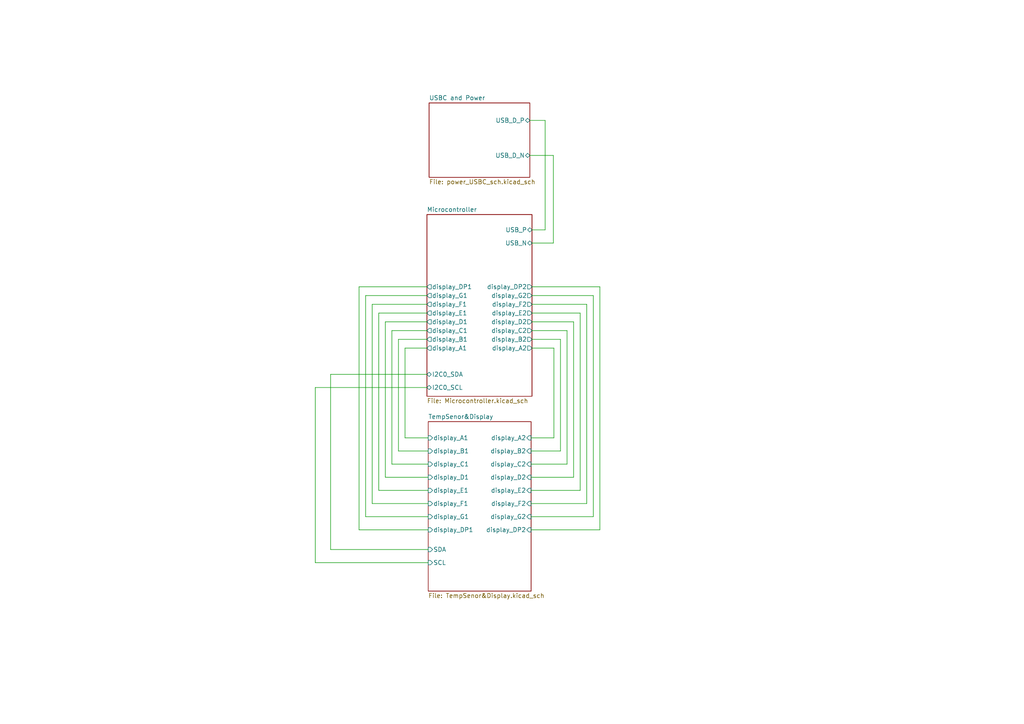
<source format=kicad_sch>
(kicad_sch (version 20230121) (generator eeschema)
  (paper "A4")
  (lib_symbols)
  (wire (pts (xy 117.475 127) (xy 124.206 127)))
  (wire (pts (xy 95.885 108.585) (xy 95.885 159.385)))
  (wire (pts (xy 158.115 66.675) (xy 154.305 66.675)))
  (wire (pts (xy 154.305 88.265) (xy 170.18 88.265)))
  (wire (pts (xy 115.57 98.425) (xy 115.57 130.81)))
  (wire (pts (xy 160.655 100.965) (xy 160.655 127)))
  (wire (pts (xy 154.305 90.805) (xy 168.275 90.805)))
  (wire (pts (xy 154.305 98.425) (xy 162.56 98.425)))
  (wire (pts (xy 172.085 149.86) (xy 154.051 149.86)))
  (wire (pts (xy 111.76 93.345) (xy 111.76 138.43)))
  (wire (pts (xy 154.305 83.185) (xy 173.99 83.185)))
  (wire (pts (xy 154.305 95.885) (xy 164.465 95.885)))
  (wire (pts (xy 168.275 90.805) (xy 168.275 142.24)))
  (wire (pts (xy 104.14 83.185) (xy 104.14 153.67)))
  (wire (pts (xy 154.305 100.965) (xy 160.655 100.965)))
  (wire (pts (xy 166.37 138.43) (xy 154.051 138.43)))
  (wire (pts (xy 160.655 127) (xy 154.051 127)))
  (wire (pts (xy 123.825 112.395) (xy 91.44 112.395)))
  (wire (pts (xy 153.67 45.085) (xy 160.5 45.085)))
  (wire (pts (xy 170.18 88.265) (xy 170.18 146.05)))
  (wire (pts (xy 123.825 100.965) (xy 117.475 100.965)))
  (wire (pts (xy 104.14 153.67) (xy 124.206 153.67)))
  (wire (pts (xy 115.57 130.81) (xy 124.206 130.81)))
  (wire (pts (xy 154.305 85.725) (xy 172.085 85.725)))
  (wire (pts (xy 91.44 112.395) (xy 91.44 163.195)))
  (wire (pts (xy 95.885 159.385) (xy 124.206 159.385)))
  (wire (pts (xy 117.475 100.965) (xy 117.475 127)))
  (wire (pts (xy 109.855 90.805) (xy 109.855 142.24)))
  (wire (pts (xy 123.825 83.185) (xy 104.14 83.185)))
  (wire (pts (xy 123.825 93.345) (xy 111.76 93.345)))
  (wire (pts (xy 109.855 142.24) (xy 124.206 142.24)))
  (wire (pts (xy 91.44 163.195) (xy 124.206 163.195)))
  (wire (pts (xy 107.95 88.265) (xy 107.95 146.05)))
  (wire (pts (xy 164.465 95.885) (xy 164.465 134.62)))
  (wire (pts (xy 113.665 134.62) (xy 124.206 134.62)))
  (wire (pts (xy 168.275 142.24) (xy 154.051 142.24)))
  (wire (pts (xy 160.5 45.085) (xy 160.5 70.5)))
  (wire (pts (xy 107.95 146.05) (xy 124.206 146.05)))
  (wire (pts (xy 173.99 153.67) (xy 154.051 153.67)))
  (wire (pts (xy 106.045 149.86) (xy 124.206 149.86)))
  (wire (pts (xy 172.085 85.725) (xy 172.085 149.86)))
  (wire (pts (xy 153.67 34.925) (xy 158.115 34.925)))
  (wire (pts (xy 123.825 90.805) (xy 109.855 90.805)))
  (wire (pts (xy 158.115 34.925) (xy 158.115 66.675)))
  (wire (pts (xy 123.825 85.725) (xy 106.045 85.725)))
  (wire (pts (xy 123.825 95.885) (xy 113.665 95.885)))
  (wire (pts (xy 123.825 88.265) (xy 107.95 88.265)))
  (wire (pts (xy 164.465 134.62) (xy 154.051 134.62)))
  (wire (pts (xy 106.045 85.725) (xy 106.045 149.86)))
  (wire (pts (xy 166.37 93.345) (xy 166.37 138.43)))
  (wire (pts (xy 123.825 98.425) (xy 115.57 98.425)))
  (wire (pts (xy 160.5 70.5) (xy 154.305 70.5)))
  (wire (pts (xy 162.56 130.81) (xy 154.051 130.81)))
  (wire (pts (xy 111.76 138.43) (xy 124.206 138.43)))
  (wire (pts (xy 173.99 83.185) (xy 173.99 153.67)))
  (wire (pts (xy 154.305 93.345) (xy 166.37 93.345)))
  (wire (pts (xy 162.56 98.425) (xy 162.56 130.81)))
  (wire (pts (xy 170.18 146.05) (xy 154.051 146.05)))
  (wire (pts (xy 123.825 108.585) (xy 95.885 108.585)))
  (wire (pts (xy 113.665 95.885) (xy 113.665 134.62)))
  (sheet (at 123.825 62.23) (size 30.48 52.705) (stroke (width 0.1524))
    (property "Sheetname" "Microcontroller" (at 123.825 61.5184 0) (effects (justify left bottom)))
    (property "Sheetfile" "Microcontroller.kicad_sch" (at 123.825 115.5196 0) (effects (justify left top)))
    (pin "display_B1" output (at 123.825 98.425 180))
    (pin "display_C1" output (at 123.825 95.885 180))
    (pin "display_A1" output (at 123.825 100.965 180))
    (pin "display_D1" output (at 123.825 93.345 180))
    (pin "I2C0_SDA" bidirectional (at 123.825 108.585 180))
    (pin "I2C0_SCL" bidirectional (at 123.825 112.395 180))
    (pin "display_F1" output (at 123.825 88.265 180))
    (pin "display_E1" output (at 123.825 90.805 180))
    (pin "display_B2" output (at 154.305 98.425 0))
    (pin "display_G1" output (at 123.825 85.725 180))
    (pin "display_DP1" output (at 123.825 83.185 180))
    (pin "display_A2" output (at 154.305 100.965 0))
    (pin "display_D2" output (at 154.305 93.345 0))
    (pin "display_F2" output (at 154.305 88.265 0))
    (pin "display_E2" output (at 154.305 90.805 0))
    (pin "display_G2" output (at 154.305 85.725 0))
    (pin "display_C2" output (at 154.305 95.885 0))
    (pin "display_DP2" output (at 154.305 83.185 0))
    (pin "USB_P" bidirectional (at 154.305 66.675 0))
    (pin "USB_N" bidirectional (at 154.305 70.5 0))
  )
  (sheet (at 124.206 122.301) (size 29.845 49.149) (stroke (width 0.1524))
    (property "Sheetname" "TempSenor&Display" (at 124.206 121.5894 0) (effects (justify left bottom)))
    (property "Sheetfile" "TempSenor&Display.kicad_sch" (at 124.206 172.0346 0) (effects (justify left top)))
    (pin "display_B2" input (at 154.051 130.81 0))
    (pin "display_F2" input (at 154.051 146.05 0))
    (pin "display_D2" input (at 154.051 138.43 0))
    (pin "display_E2" input (at 154.051 142.24 0))
    (pin "display_DP2" input (at 154.051 153.67 0))
    (pin "display_C2" input (at 154.051 134.62 0))
    (pin "display_G2" input (at 154.051 149.86 0))
    (pin "display_A2" input (at 154.051 127 0))
    (pin "display_B1" input (at 124.206 130.81 180))
    (pin "display_A1" input (at 124.206 127 180))
    (pin "display_C1" input (at 124.206 134.62 180))
    (pin "display_G1" input (at 124.206 149.86 180))
    (pin "display_DP1" input (at 124.206 153.67 180))
    (pin "display_F1" input (at 124.206 146.05 180))
    (pin "display_E1" input (at 124.206 142.24 180))
    (pin "display_D1" input (at 124.206 138.43 180))
    (pin "SDA" input (at 124.206 159.385 180))
    (pin "SCL" input (at 124.206 163.195 180))
  )
  (sheet (at 124.46 29.845) (size 29.21 21.59) (stroke (width 0.1524))
    (property "Sheetname" "USBC and Power" (at 124.46 29.1334 0) (effects (justify left bottom)))
    (property "Sheetfile" "power_USBC_sch.kicad_sch" (at 124.46 52.0196 0) (effects (justify left top)))
    (pin "USB_D_P" bidirectional (at 153.67 34.925 0))
    (pin "USB_D_N" bidirectional (at 153.67 45.085 0))
  )
)
</source>
